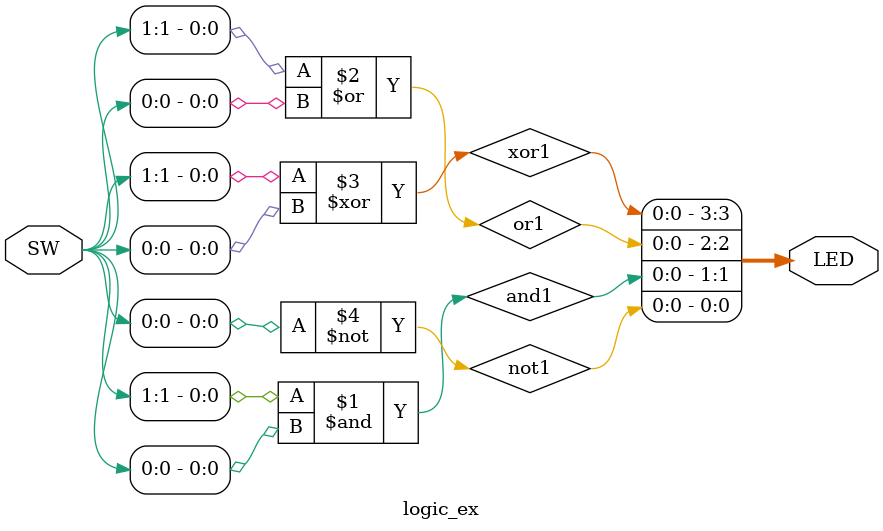
<source format=v>
`timescale 1ns / 1ps

module logic_ex(
    input [1:0] SW,
    output [3:0] LED
    );
    
wire not1, and1, or1, xor1;

not(not1,SW[0]);
and(and1,SW[1],SW[0]);
or(or1,SW[1],SW[0]);
xor(xor1,SW[1],SW[0]);

assign LED = {xor1, or1, and1, not1};
    
endmodule

</source>
